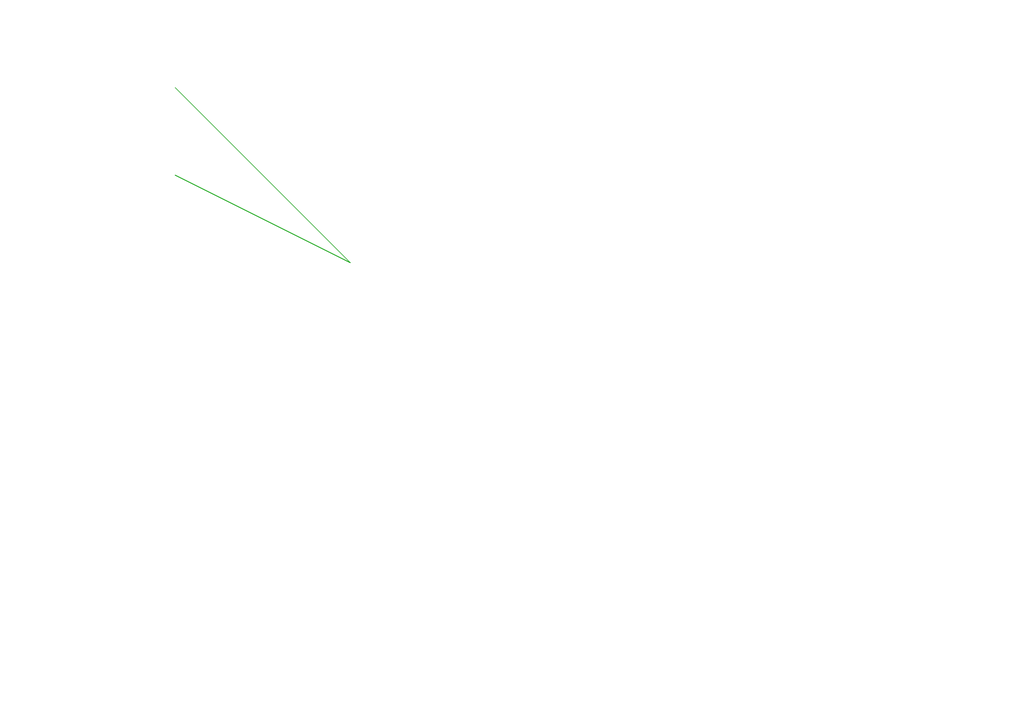
<source format=kicad_sch>
(kicad_sch (version 20211123) (generator eeschema) (uuid 12345678-1234-1234-1234-123456789abc) (paper "A4") (title_block (title "Test Wiring") (date "2025-01-18") (rev "1")) 

(symbol (lib_id "Device:R") (at 50.8 50.8 0) (unit 1) (uuid abcd1234-1234-1234-1234-123456789def) 

(property "Reference" "R_SCL" (id 0) (at 52.578 49.6316 0) (effects (font (size 1.27 1.27)) (justify left))) 

(property "Value" "10k" (id 1) (at 52.578 51.9366 0) (effects (font (size 1.27 1.27)) (justify left))) 

(property "Footprint" "" (id 2) (at 49.022 50.8 90) (effects (font (size 1.27 1.27)) hide)) 

(property "Datasheet" "~" (id 3) (at 50.8 50.8 0) (effects (font (size 1.27 1.27)) hide)) (pin "1" (uuid 1111aaaa-1111-1111-1111-111111111111)) (pin "2" (uuid 2222bbbb-2222-2222-2222-222222222222))) 

(symbol (lib_id "MCU_ST_STM32F4:STM32F407VGTx") (at 101.6 76.2 0) (unit 1) (uuid efgh5678-5678-5678-5678-567856785678) 

(property "Reference" "U1" (id 0) (at 104.521 74.6316 0) (effects (font (size 1.27 1.27)) (justify left))) 

(property "Value" "TAS5830" (id 1) (at 104.521 76.9366 0) (effects (font (size 1.27 1.27)) (justify left))) 

(property "Footprint" "" (id 2) (at 101.6 80.61 0) (effects (font (size 1.27 1.27)) hide)) 

(property "Datasheet" "~" (id 3) (at 101.6 76.2 0) (effects (font (size 1.27 1.27)) hide)) (pin "1" (uuid 3333cccc-3333-3333-3333-333333333333)) (pin "2" (uuid 4444dddd-4444-4444-4444-444444444444)) (pin "3" (uuid 5555eeee-5555-5555-5555-555555555555)) (pin "4" (uuid 6666ffff-6666-6666-6666-666666666666)) (pin "5" (uuid 7777gggg-7777-7777-7777-777777777777))) 

(symbol (lib_id "Device:R") (at 50.8 25.4 0) (unit 1) (uuid ijkl9012-9012-9012-9012-901290129012) 

(property "Reference" "R_PDN" (id 0) (at 52.578 24.0316 0) (effects (font (size 1.27 1.27)) (justify left))) 

(property "Value" "100k" (id 1) (at 52.578 26.3366 0) (effects (font (size 1.27 1.27)) (justify left))) 

(property "Footprint" "" (id 2) (at 49.022 25.4 90) (effects (font (size 1.27 1.27)) hide)) 

(property "Datasheet" "~" (id 3) (at 50.8 25.4 0) (effects (font (size 1.27 1.27)) hide)) (pin "1" (uuid 8888hhhh-8888-8888-8888-888888888888)) (pin "2" (uuid 9999iiii-9999-9999-9999-999999999999))) 

(wire (pts 

(xy 50.8 50.8) 

(xy 101.6 76.2)) (stroke (width 0) (type default)) (uuid dd2be8f6-76dd-4d94-a683-f67387cd1273)) 

(wire (pts 

(xy 50.8 50.8) 

(xy 101.6 76.2)) (stroke (width 0) (type default)) (uuid 4e1422e3-d95e-4aea-ad8f-e267d3302939)) 

(wire (pts 

(xy 50.8 25.4) 

(xy 101.6 76.2)) (stroke (width 0) (type default)) (uuid e6937172-4feb-46db-a837-39cb9c944641)) 

(wire (pts 

(xy 50.8 50.8) 

(xy 101.6 76.2)) (stroke (width 0) (type default)) (uuid f0b76cab-64e2-4502-80e1-de9e9796a4f8)))
</source>
